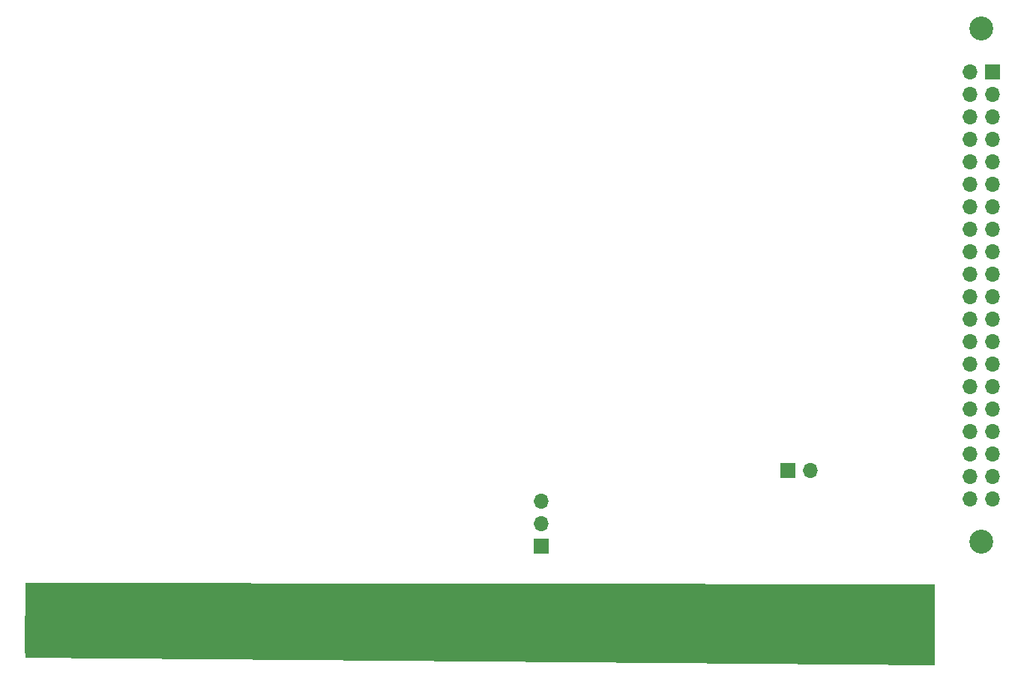
<source format=gbr>
G04 #@! TF.GenerationSoftware,KiCad,Pcbnew,5.1.9-1.fc33*
G04 #@! TF.CreationDate,2021-01-31T23:40:47+01:00*
G04 #@! TF.ProjectId,videocard,76696465-6f63-4617-9264-2e6b69636164,rev?*
G04 #@! TF.SameCoordinates,Original*
G04 #@! TF.FileFunction,Soldermask,Bot*
G04 #@! TF.FilePolarity,Negative*
%FSLAX46Y46*%
G04 Gerber Fmt 4.6, Leading zero omitted, Abs format (unit mm)*
G04 Created by KiCad (PCBNEW 5.1.9-1.fc33) date 2021-01-31 23:40:47*
%MOMM*%
%LPD*%
G01*
G04 APERTURE LIST*
%ADD10C,0.100000*%
%ADD11R,1.780000X7.620000*%
%ADD12O,1.700000X1.700000*%
%ADD13R,1.700000X1.700000*%
%ADD14C,2.700000*%
G04 APERTURE END LIST*
D10*
G36*
X178212750Y-134933500D02*
G01*
X75533250Y-134108000D01*
X75501500Y-133187250D01*
X75533250Y-125757750D01*
X178212750Y-125916500D01*
X178212750Y-134933500D01*
G37*
X178212750Y-134933500D02*
X75533250Y-134108000D01*
X75501500Y-133187250D01*
X75533250Y-125757750D01*
X178212750Y-125916500D01*
X178212750Y-134933500D01*
D11*
X96270000Y-129667000D03*
X98810000Y-129667000D03*
X101350000Y-129667000D03*
X103890000Y-129667000D03*
X106430000Y-129667000D03*
X108970000Y-129667000D03*
X111510000Y-129667000D03*
X114050000Y-129667000D03*
X116590000Y-129667000D03*
X119130000Y-129667000D03*
X121670000Y-129667000D03*
X131830000Y-129667000D03*
X134370000Y-129667000D03*
X136910000Y-129667000D03*
X139450000Y-129667000D03*
X141990000Y-129667000D03*
X144530000Y-129667000D03*
X147070000Y-129667000D03*
X149610000Y-129667000D03*
X152150000Y-129667000D03*
X154690000Y-129667000D03*
X157230000Y-129667000D03*
X159770000Y-129667000D03*
X162310000Y-129667000D03*
X164850000Y-129667000D03*
X167390000Y-129667000D03*
X169930000Y-129667000D03*
X172470000Y-129667000D03*
X175010000Y-129667000D03*
D12*
X133858000Y-116459000D03*
X133858000Y-118999000D03*
D13*
X133858000Y-121539000D03*
D14*
X183515000Y-63055500D03*
D12*
X182245000Y-116205000D03*
X184785000Y-116205000D03*
X182245000Y-113665000D03*
X184785000Y-113665000D03*
X182245000Y-111125000D03*
X184785000Y-111125000D03*
X182245000Y-108585000D03*
X184785000Y-108585000D03*
X182245000Y-106045000D03*
X184785000Y-106045000D03*
X182245000Y-103505000D03*
X184785000Y-103505000D03*
X182245000Y-100965000D03*
X184785000Y-100965000D03*
X182245000Y-98425000D03*
X184785000Y-98425000D03*
X182245000Y-95885000D03*
X184785000Y-95885000D03*
X182245000Y-93345000D03*
X184785000Y-93345000D03*
X182245000Y-90805000D03*
X184785000Y-90805000D03*
X182245000Y-88265000D03*
X184785000Y-88265000D03*
X182245000Y-85725000D03*
X184785000Y-85725000D03*
X182245000Y-83185000D03*
X184785000Y-83185000D03*
X182245000Y-80645000D03*
X184785000Y-80645000D03*
X182245000Y-78105000D03*
X184785000Y-78105000D03*
X182245000Y-75565000D03*
X184785000Y-75565000D03*
X182245000Y-73025000D03*
X184785000Y-73025000D03*
X182245000Y-70485000D03*
X184785000Y-70485000D03*
X182245000Y-67945000D03*
D13*
X184785000Y-67945000D03*
D14*
X183515000Y-121031000D03*
D12*
X164211000Y-113030000D03*
D13*
X161671000Y-113030000D03*
M02*

</source>
